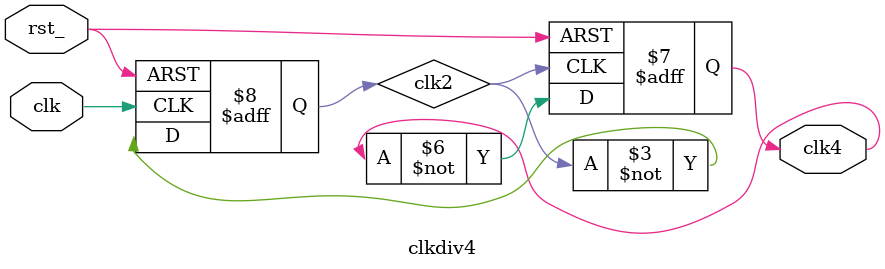
<source format=v>
module clkdiv4 (input clk, rst_,
               output reg clk4); 
  
  reg clk2;
  
  always @ (posedge clk or negedge rst_) begin
    if (!rst_)
      clk2 <= 1'b0;
    else
      clk2 <= ~clk2;
  end
  
  always @ (posedge clk2 or negedge rst_) begin 
    if (!rst_)
      clk4 <= 1'b0; 
    else 
      clk4 <= ~clk4; 
  end
    
endmodule 

</source>
